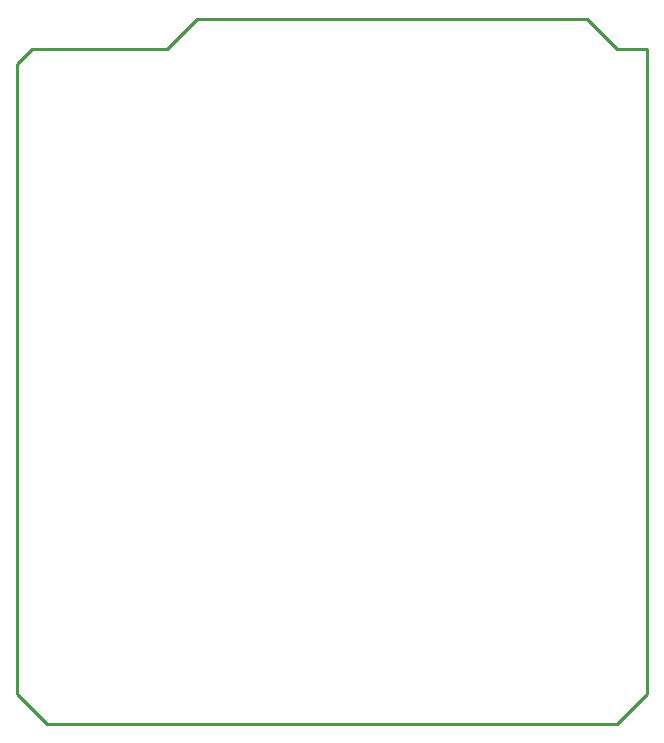
<source format=gbr>
G04 EAGLE Gerber RS-274X export*
G75*
%MOMM*%
%FSLAX34Y34*%
%LPD*%
%IN*%
%IPPOS*%
%AMOC8*
5,1,8,0,0,1.08239X$1,22.5*%
G01*
%ADD10C,0.254000*%


D10*
X0Y25400D02*
X25400Y0D01*
X508000Y0D01*
X533400Y25400D01*
X533400Y571500D01*
X508000Y571500D01*
X482600Y596900D01*
X152400Y596900D01*
X127000Y571500D01*
X12700Y571500D01*
X0Y558800D01*
X0Y25400D01*
M02*

</source>
